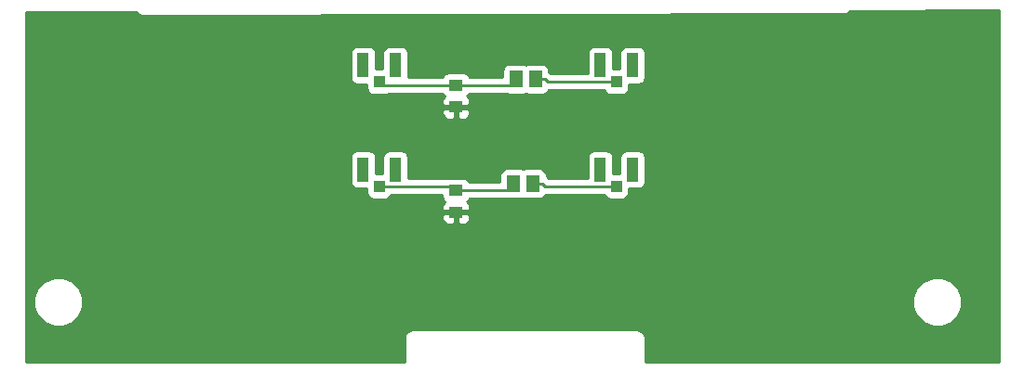
<source format=gtl>
G04 #@! TF.GenerationSoftware,KiCad,Pcbnew,5.0.0*
G04 #@! TF.CreationDate,2018-09-15T18:13:10-05:00*
G04 #@! TF.ProjectId,AntennaImpedance,416E74656E6E61496D706564616E6365,rev?*
G04 #@! TF.SameCoordinates,Original*
G04 #@! TF.FileFunction,Copper,L1,Top,Signal*
G04 #@! TF.FilePolarity,Positive*
%FSLAX46Y46*%
G04 Gerber Fmt 4.6, Leading zero omitted, Abs format (unit mm)*
G04 Created by KiCad (PCBNEW 5.0.0) date Sat Sep 15 18:13:10 2018*
%MOMM*%
%LPD*%
G01*
G04 APERTURE LIST*
G04 #@! TA.AperFunction,SMDPad,CuDef*
%ADD10R,1.050000X2.200000*%
G04 #@! TD*
G04 #@! TA.AperFunction,SMDPad,CuDef*
%ADD11R,1.000000X1.050000*%
G04 #@! TD*
G04 #@! TA.AperFunction,SMDPad,CuDef*
%ADD12R,1.250000X1.000000*%
G04 #@! TD*
G04 #@! TA.AperFunction,SMDPad,CuDef*
%ADD13R,1.200000X1.500000*%
G04 #@! TD*
G04 #@! TA.AperFunction,Conductor*
%ADD14C,0.250000*%
G04 #@! TD*
G04 #@! TA.AperFunction,Conductor*
%ADD15C,0.254000*%
G04 #@! TD*
G04 APERTURE END LIST*
D10*
G04 #@! TO.P,AE1,2*
G04 #@! TO.N,N/C*
X136955000Y-117475000D03*
G04 #@! TO.P,AE1,3*
X139905000Y-117475000D03*
D11*
G04 #@! TO.P,AE1,1*
G04 #@! TO.N,Net-(AE1-Pad1)*
X138430000Y-119000000D03*
G04 #@! TD*
D10*
G04 #@! TO.P,AE2,2*
G04 #@! TO.N,N/C*
X136955000Y-127000000D03*
G04 #@! TO.P,AE2,3*
X139905000Y-127000000D03*
D11*
G04 #@! TO.P,AE2,1*
G04 #@! TO.N,Net-(AE2-Pad1)*
X138430000Y-128525000D03*
G04 #@! TD*
D12*
G04 #@! TO.P,C1,2*
G04 #@! TO.N,GND*
X145415000Y-121285000D03*
G04 #@! TO.P,C1,1*
G04 #@! TO.N,Net-(AE1-Pad1)*
X145415000Y-119285000D03*
G04 #@! TD*
G04 #@! TO.P,C2,1*
G04 #@! TO.N,Net-(AE2-Pad1)*
X145415000Y-128905000D03*
G04 #@! TO.P,C2,2*
G04 #@! TO.N,GND*
X145415000Y-130905000D03*
G04 #@! TD*
D11*
G04 #@! TO.P,J1,1*
G04 #@! TO.N,Net-(J1-Pad1)*
X160020000Y-119000000D03*
D10*
G04 #@! TO.P,J1,3*
G04 #@! TO.N,N/C*
X161495000Y-117475000D03*
G04 #@! TO.P,J1,2*
X158545000Y-117475000D03*
G04 #@! TD*
D11*
G04 #@! TO.P,J2,1*
G04 #@! TO.N,Net-(J2-Pad1)*
X160020000Y-128525000D03*
D10*
G04 #@! TO.P,J2,3*
G04 #@! TO.N,N/C*
X161495000Y-127000000D03*
G04 #@! TO.P,J2,2*
X158545000Y-127000000D03*
G04 #@! TD*
D13*
G04 #@! TO.P,L1,2*
G04 #@! TO.N,Net-(AE1-Pad1)*
X150890000Y-118745000D03*
G04 #@! TO.P,L1,1*
G04 #@! TO.N,Net-(J1-Pad1)*
X152640000Y-118745000D03*
G04 #@! TD*
G04 #@! TO.P,L2,1*
G04 #@! TO.N,Net-(J2-Pad1)*
X152400000Y-128270000D03*
G04 #@! TO.P,L2,2*
G04 #@! TO.N,Net-(AE2-Pad1)*
X150650000Y-128270000D03*
G04 #@! TD*
D14*
G04 #@! TO.N,Net-(AE1-Pad1)*
X144540000Y-119285000D02*
X145415000Y-119285000D01*
X138690000Y-119285000D02*
X144540000Y-119285000D01*
X138430000Y-119025000D02*
X138690000Y-119285000D01*
X138430000Y-119000000D02*
X138430000Y-119025000D01*
X150350000Y-119285000D02*
X150890000Y-118745000D01*
X145415000Y-119285000D02*
X150350000Y-119285000D01*
G04 #@! TO.N,Net-(AE2-Pad1)*
X145035000Y-128525000D02*
X145415000Y-128905000D01*
X138430000Y-128525000D02*
X145035000Y-128525000D01*
X150015000Y-128905000D02*
X150650000Y-128270000D01*
X145415000Y-128905000D02*
X150015000Y-128905000D01*
G04 #@! TO.N,Net-(J1-Pad1)*
X159270000Y-119000000D02*
X160020000Y-119000000D01*
X153745000Y-119000000D02*
X159270000Y-119000000D01*
X153490000Y-118745000D02*
X153745000Y-119000000D01*
X152640000Y-118745000D02*
X153490000Y-118745000D01*
G04 #@! TO.N,Net-(J2-Pad1)*
X159270000Y-128525000D02*
X160020000Y-128525000D01*
X153505000Y-128525000D02*
X159270000Y-128525000D01*
X153250000Y-128270000D02*
X153505000Y-128525000D01*
X152400000Y-128270000D02*
X153250000Y-128270000D01*
G04 #@! TD*
D15*
G04 #@! TO.N,GND*
G36*
X194802000Y-144537000D02*
X162642000Y-144537000D01*
X162642000Y-142512817D01*
X162654513Y-142467125D01*
X162651608Y-142444084D01*
X162656399Y-142420000D01*
X162642000Y-142347612D01*
X162642000Y-142341612D01*
X162639076Y-142326914D01*
X162639151Y-142255569D01*
X162620329Y-142209992D01*
X162617789Y-142180430D01*
X162605054Y-142155872D01*
X162599354Y-142127217D01*
X162572927Y-142087666D01*
X162548838Y-142019186D01*
X162546452Y-142016525D01*
X162546449Y-142016515D01*
X162514891Y-141979025D01*
X162503666Y-141952006D01*
X162483392Y-141931774D01*
X162464135Y-141897993D01*
X162414858Y-141859749D01*
X162409718Y-141853324D01*
X162407523Y-141851477D01*
X162405676Y-141849282D01*
X162399254Y-141844144D01*
X162361008Y-141794865D01*
X162327225Y-141775607D01*
X162306994Y-141755334D01*
X162279977Y-141744110D01*
X162242485Y-141712550D01*
X162242473Y-141712546D01*
X162239814Y-141710162D01*
X162171334Y-141686073D01*
X162131783Y-141659646D01*
X162103129Y-141653946D01*
X162078570Y-141641211D01*
X162049008Y-141638671D01*
X162003431Y-141619849D01*
X161932085Y-141619923D01*
X161917388Y-141617000D01*
X161891137Y-141617000D01*
X161791876Y-141604487D01*
X161746183Y-141617000D01*
X141597817Y-141617000D01*
X141552125Y-141604487D01*
X141452864Y-141617000D01*
X141426612Y-141617000D01*
X141411914Y-141619924D01*
X141340569Y-141619849D01*
X141294992Y-141638671D01*
X141265430Y-141641211D01*
X141240872Y-141653946D01*
X141212217Y-141659646D01*
X141172666Y-141686073D01*
X141104186Y-141710162D01*
X141101525Y-141712548D01*
X141101515Y-141712551D01*
X141064025Y-141744109D01*
X141037006Y-141755334D01*
X141016774Y-141775608D01*
X140982993Y-141794865D01*
X140944749Y-141844142D01*
X140938324Y-141849282D01*
X140936477Y-141851477D01*
X140934282Y-141853324D01*
X140929144Y-141859746D01*
X140879865Y-141897992D01*
X140860607Y-141931775D01*
X140840334Y-141952006D01*
X140829110Y-141979023D01*
X140797550Y-142016515D01*
X140797546Y-142016527D01*
X140795162Y-142019186D01*
X140771073Y-142087666D01*
X140744646Y-142127217D01*
X140738946Y-142155871D01*
X140726211Y-142180430D01*
X140723671Y-142209992D01*
X140704849Y-142255569D01*
X140704923Y-142326915D01*
X140702000Y-142341612D01*
X140702000Y-142367863D01*
X140689487Y-142467124D01*
X140702001Y-142512820D01*
X140702000Y-144537000D01*
X106252000Y-144537000D01*
X106252000Y-138625431D01*
X106985000Y-138625431D01*
X106985000Y-139514569D01*
X107325259Y-140336026D01*
X107953974Y-140964741D01*
X108775431Y-141305000D01*
X109664569Y-141305000D01*
X110486026Y-140964741D01*
X111114741Y-140336026D01*
X111455000Y-139514569D01*
X111455000Y-138625431D01*
X186995000Y-138625431D01*
X186995000Y-139514569D01*
X187335259Y-140336026D01*
X187963974Y-140964741D01*
X188785431Y-141305000D01*
X189674569Y-141305000D01*
X190496026Y-140964741D01*
X191124741Y-140336026D01*
X191465000Y-139514569D01*
X191465000Y-138625431D01*
X191124741Y-137803974D01*
X190496026Y-137175259D01*
X189674569Y-136835000D01*
X188785431Y-136835000D01*
X187963974Y-137175259D01*
X187335259Y-137803974D01*
X186995000Y-138625431D01*
X111455000Y-138625431D01*
X111114741Y-137803974D01*
X110486026Y-137175259D01*
X109664569Y-136835000D01*
X108775431Y-136835000D01*
X107953974Y-137175259D01*
X107325259Y-137803974D01*
X106985000Y-138625431D01*
X106252000Y-138625431D01*
X106252000Y-131190750D01*
X144155000Y-131190750D01*
X144155000Y-131531309D01*
X144251673Y-131764698D01*
X144430301Y-131943327D01*
X144663690Y-132040000D01*
X145129250Y-132040000D01*
X145288000Y-131881250D01*
X145288000Y-131032000D01*
X145542000Y-131032000D01*
X145542000Y-131881250D01*
X145700750Y-132040000D01*
X146166310Y-132040000D01*
X146399699Y-131943327D01*
X146578327Y-131764698D01*
X146675000Y-131531309D01*
X146675000Y-131190750D01*
X146516250Y-131032000D01*
X145542000Y-131032000D01*
X145288000Y-131032000D01*
X144313750Y-131032000D01*
X144155000Y-131190750D01*
X106252000Y-131190750D01*
X106252000Y-125900000D01*
X135782560Y-125900000D01*
X135782560Y-128100000D01*
X135831843Y-128347765D01*
X135972191Y-128557809D01*
X136182235Y-128698157D01*
X136430000Y-128747440D01*
X137282560Y-128747440D01*
X137282560Y-129050000D01*
X137331843Y-129297765D01*
X137472191Y-129507809D01*
X137682235Y-129648157D01*
X137930000Y-129697440D01*
X138930000Y-129697440D01*
X139177765Y-129648157D01*
X139387809Y-129507809D01*
X139528157Y-129297765D01*
X139530696Y-129285000D01*
X144142560Y-129285000D01*
X144142560Y-129405000D01*
X144191843Y-129652765D01*
X144332191Y-129862809D01*
X144393320Y-129903654D01*
X144251673Y-130045302D01*
X144155000Y-130278691D01*
X144155000Y-130619250D01*
X144313750Y-130778000D01*
X145288000Y-130778000D01*
X145288000Y-130758000D01*
X145542000Y-130758000D01*
X145542000Y-130778000D01*
X146516250Y-130778000D01*
X146675000Y-130619250D01*
X146675000Y-130278691D01*
X146578327Y-130045302D01*
X146436680Y-129903654D01*
X146497809Y-129862809D01*
X146629982Y-129665000D01*
X149940153Y-129665000D01*
X150015000Y-129679888D01*
X150077580Y-129667440D01*
X151250000Y-129667440D01*
X151497765Y-129618157D01*
X151525000Y-129599959D01*
X151552235Y-129618157D01*
X151800000Y-129667440D01*
X153000000Y-129667440D01*
X153247765Y-129618157D01*
X153457809Y-129477809D01*
X153586641Y-129285000D01*
X158919304Y-129285000D01*
X158921843Y-129297765D01*
X159062191Y-129507809D01*
X159272235Y-129648157D01*
X159520000Y-129697440D01*
X160520000Y-129697440D01*
X160767765Y-129648157D01*
X160977809Y-129507809D01*
X161118157Y-129297765D01*
X161167440Y-129050000D01*
X161167440Y-128747440D01*
X162020000Y-128747440D01*
X162267765Y-128698157D01*
X162477809Y-128557809D01*
X162618157Y-128347765D01*
X162667440Y-128100000D01*
X162667440Y-125900000D01*
X162618157Y-125652235D01*
X162477809Y-125442191D01*
X162267765Y-125301843D01*
X162020000Y-125252560D01*
X160970000Y-125252560D01*
X160722235Y-125301843D01*
X160512191Y-125442191D01*
X160371843Y-125652235D01*
X160322560Y-125900000D01*
X160322560Y-127352560D01*
X159717440Y-127352560D01*
X159717440Y-125900000D01*
X159668157Y-125652235D01*
X159527809Y-125442191D01*
X159317765Y-125301843D01*
X159070000Y-125252560D01*
X158020000Y-125252560D01*
X157772235Y-125301843D01*
X157562191Y-125442191D01*
X157421843Y-125652235D01*
X157372560Y-125900000D01*
X157372560Y-127765000D01*
X153826613Y-127765000D01*
X153797929Y-127722071D01*
X153647440Y-127621517D01*
X153647440Y-127520000D01*
X153598157Y-127272235D01*
X153457809Y-127062191D01*
X153247765Y-126921843D01*
X153000000Y-126872560D01*
X151800000Y-126872560D01*
X151552235Y-126921843D01*
X151525000Y-126940041D01*
X151497765Y-126921843D01*
X151250000Y-126872560D01*
X150050000Y-126872560D01*
X149802235Y-126921843D01*
X149592191Y-127062191D01*
X149451843Y-127272235D01*
X149402560Y-127520000D01*
X149402560Y-128145000D01*
X146629982Y-128145000D01*
X146497809Y-127947191D01*
X146287765Y-127806843D01*
X146040000Y-127757560D01*
X145072444Y-127757560D01*
X145035000Y-127750112D01*
X144997556Y-127757560D01*
X144790000Y-127757560D01*
X144752596Y-127765000D01*
X141077440Y-127765000D01*
X141077440Y-125900000D01*
X141028157Y-125652235D01*
X140887809Y-125442191D01*
X140677765Y-125301843D01*
X140430000Y-125252560D01*
X139380000Y-125252560D01*
X139132235Y-125301843D01*
X138922191Y-125442191D01*
X138781843Y-125652235D01*
X138732560Y-125900000D01*
X138732560Y-127352560D01*
X138127440Y-127352560D01*
X138127440Y-125900000D01*
X138078157Y-125652235D01*
X137937809Y-125442191D01*
X137727765Y-125301843D01*
X137480000Y-125252560D01*
X136430000Y-125252560D01*
X136182235Y-125301843D01*
X135972191Y-125442191D01*
X135831843Y-125652235D01*
X135782560Y-125900000D01*
X106252000Y-125900000D01*
X106252000Y-121570750D01*
X144155000Y-121570750D01*
X144155000Y-121911309D01*
X144251673Y-122144698D01*
X144430301Y-122323327D01*
X144663690Y-122420000D01*
X145129250Y-122420000D01*
X145288000Y-122261250D01*
X145288000Y-121412000D01*
X145542000Y-121412000D01*
X145542000Y-122261250D01*
X145700750Y-122420000D01*
X146166310Y-122420000D01*
X146399699Y-122323327D01*
X146578327Y-122144698D01*
X146675000Y-121911309D01*
X146675000Y-121570750D01*
X146516250Y-121412000D01*
X145542000Y-121412000D01*
X145288000Y-121412000D01*
X144313750Y-121412000D01*
X144155000Y-121570750D01*
X106252000Y-121570750D01*
X106252000Y-116375000D01*
X135782560Y-116375000D01*
X135782560Y-118575000D01*
X135831843Y-118822765D01*
X135972191Y-119032809D01*
X136182235Y-119173157D01*
X136430000Y-119222440D01*
X137282560Y-119222440D01*
X137282560Y-119525000D01*
X137331843Y-119772765D01*
X137472191Y-119982809D01*
X137682235Y-120123157D01*
X137930000Y-120172440D01*
X138930000Y-120172440D01*
X139177765Y-120123157D01*
X139294734Y-120045000D01*
X144200018Y-120045000D01*
X144332191Y-120242809D01*
X144393320Y-120283654D01*
X144251673Y-120425302D01*
X144155000Y-120658691D01*
X144155000Y-120999250D01*
X144313750Y-121158000D01*
X145288000Y-121158000D01*
X145288000Y-121138000D01*
X145542000Y-121138000D01*
X145542000Y-121158000D01*
X146516250Y-121158000D01*
X146675000Y-120999250D01*
X146675000Y-120658691D01*
X146578327Y-120425302D01*
X146436680Y-120283654D01*
X146497809Y-120242809D01*
X146629982Y-120045000D01*
X149970164Y-120045000D01*
X150042235Y-120093157D01*
X150290000Y-120142440D01*
X151490000Y-120142440D01*
X151737765Y-120093157D01*
X151765000Y-120074959D01*
X151792235Y-120093157D01*
X152040000Y-120142440D01*
X153240000Y-120142440D01*
X153487765Y-120093157D01*
X153697809Y-119952809D01*
X153826641Y-119760000D01*
X158919304Y-119760000D01*
X158921843Y-119772765D01*
X159062191Y-119982809D01*
X159272235Y-120123157D01*
X159520000Y-120172440D01*
X160520000Y-120172440D01*
X160767765Y-120123157D01*
X160977809Y-119982809D01*
X161118157Y-119772765D01*
X161167440Y-119525000D01*
X161167440Y-119222440D01*
X162020000Y-119222440D01*
X162267765Y-119173157D01*
X162477809Y-119032809D01*
X162618157Y-118822765D01*
X162667440Y-118575000D01*
X162667440Y-116375000D01*
X162618157Y-116127235D01*
X162477809Y-115917191D01*
X162267765Y-115776843D01*
X162020000Y-115727560D01*
X160970000Y-115727560D01*
X160722235Y-115776843D01*
X160512191Y-115917191D01*
X160371843Y-116127235D01*
X160322560Y-116375000D01*
X160322560Y-117827560D01*
X159717440Y-117827560D01*
X159717440Y-116375000D01*
X159668157Y-116127235D01*
X159527809Y-115917191D01*
X159317765Y-115776843D01*
X159070000Y-115727560D01*
X158020000Y-115727560D01*
X157772235Y-115776843D01*
X157562191Y-115917191D01*
X157421843Y-116127235D01*
X157372560Y-116375000D01*
X157372560Y-118240000D01*
X154066613Y-118240000D01*
X154037929Y-118197071D01*
X153887440Y-118096517D01*
X153887440Y-117995000D01*
X153838157Y-117747235D01*
X153697809Y-117537191D01*
X153487765Y-117396843D01*
X153240000Y-117347560D01*
X152040000Y-117347560D01*
X151792235Y-117396843D01*
X151765000Y-117415041D01*
X151737765Y-117396843D01*
X151490000Y-117347560D01*
X150290000Y-117347560D01*
X150042235Y-117396843D01*
X149832191Y-117537191D01*
X149691843Y-117747235D01*
X149642560Y-117995000D01*
X149642560Y-118525000D01*
X146629982Y-118525000D01*
X146497809Y-118327191D01*
X146287765Y-118186843D01*
X146040000Y-118137560D01*
X144790000Y-118137560D01*
X144542235Y-118186843D01*
X144332191Y-118327191D01*
X144200018Y-118525000D01*
X141077440Y-118525000D01*
X141077440Y-116375000D01*
X141028157Y-116127235D01*
X140887809Y-115917191D01*
X140677765Y-115776843D01*
X140430000Y-115727560D01*
X139380000Y-115727560D01*
X139132235Y-115776843D01*
X138922191Y-115917191D01*
X138781843Y-116127235D01*
X138732560Y-116375000D01*
X138732560Y-117827560D01*
X138127440Y-117827560D01*
X138127440Y-116375000D01*
X138078157Y-116127235D01*
X137937809Y-115917191D01*
X137727765Y-115776843D01*
X137480000Y-115727560D01*
X136430000Y-115727560D01*
X136182235Y-115776843D01*
X135972191Y-115917191D01*
X135831843Y-116127235D01*
X135782560Y-116375000D01*
X106252000Y-116375000D01*
X106252000Y-112648084D01*
X116374707Y-112627945D01*
X116389340Y-112649731D01*
X116466582Y-112765940D01*
X116468055Y-112766930D01*
X116469045Y-112768403D01*
X116585232Y-112845636D01*
X116701054Y-112923432D01*
X116702794Y-112923782D01*
X116704272Y-112924765D01*
X116841269Y-112951675D01*
X116977948Y-112979206D01*
X117049595Y-112965135D01*
X180664611Y-112813066D01*
X180733700Y-112826809D01*
X180804470Y-112812732D01*
X180805322Y-112812730D01*
X180872649Y-112799170D01*
X181010728Y-112771705D01*
X181011464Y-112771213D01*
X181012325Y-112771040D01*
X181128495Y-112693016D01*
X181245581Y-112614781D01*
X181246072Y-112614046D01*
X181246803Y-112613555D01*
X181323130Y-112498731D01*
X194802000Y-112471915D01*
X194802000Y-144537000D01*
X194802000Y-144537000D01*
G37*
X194802000Y-144537000D02*
X162642000Y-144537000D01*
X162642000Y-142512817D01*
X162654513Y-142467125D01*
X162651608Y-142444084D01*
X162656399Y-142420000D01*
X162642000Y-142347612D01*
X162642000Y-142341612D01*
X162639076Y-142326914D01*
X162639151Y-142255569D01*
X162620329Y-142209992D01*
X162617789Y-142180430D01*
X162605054Y-142155872D01*
X162599354Y-142127217D01*
X162572927Y-142087666D01*
X162548838Y-142019186D01*
X162546452Y-142016525D01*
X162546449Y-142016515D01*
X162514891Y-141979025D01*
X162503666Y-141952006D01*
X162483392Y-141931774D01*
X162464135Y-141897993D01*
X162414858Y-141859749D01*
X162409718Y-141853324D01*
X162407523Y-141851477D01*
X162405676Y-141849282D01*
X162399254Y-141844144D01*
X162361008Y-141794865D01*
X162327225Y-141775607D01*
X162306994Y-141755334D01*
X162279977Y-141744110D01*
X162242485Y-141712550D01*
X162242473Y-141712546D01*
X162239814Y-141710162D01*
X162171334Y-141686073D01*
X162131783Y-141659646D01*
X162103129Y-141653946D01*
X162078570Y-141641211D01*
X162049008Y-141638671D01*
X162003431Y-141619849D01*
X161932085Y-141619923D01*
X161917388Y-141617000D01*
X161891137Y-141617000D01*
X161791876Y-141604487D01*
X161746183Y-141617000D01*
X141597817Y-141617000D01*
X141552125Y-141604487D01*
X141452864Y-141617000D01*
X141426612Y-141617000D01*
X141411914Y-141619924D01*
X141340569Y-141619849D01*
X141294992Y-141638671D01*
X141265430Y-141641211D01*
X141240872Y-141653946D01*
X141212217Y-141659646D01*
X141172666Y-141686073D01*
X141104186Y-141710162D01*
X141101525Y-141712548D01*
X141101515Y-141712551D01*
X141064025Y-141744109D01*
X141037006Y-141755334D01*
X141016774Y-141775608D01*
X140982993Y-141794865D01*
X140944749Y-141844142D01*
X140938324Y-141849282D01*
X140936477Y-141851477D01*
X140934282Y-141853324D01*
X140929144Y-141859746D01*
X140879865Y-141897992D01*
X140860607Y-141931775D01*
X140840334Y-141952006D01*
X140829110Y-141979023D01*
X140797550Y-142016515D01*
X140797546Y-142016527D01*
X140795162Y-142019186D01*
X140771073Y-142087666D01*
X140744646Y-142127217D01*
X140738946Y-142155871D01*
X140726211Y-142180430D01*
X140723671Y-142209992D01*
X140704849Y-142255569D01*
X140704923Y-142326915D01*
X140702000Y-142341612D01*
X140702000Y-142367863D01*
X140689487Y-142467124D01*
X140702001Y-142512820D01*
X140702000Y-144537000D01*
X106252000Y-144537000D01*
X106252000Y-138625431D01*
X106985000Y-138625431D01*
X106985000Y-139514569D01*
X107325259Y-140336026D01*
X107953974Y-140964741D01*
X108775431Y-141305000D01*
X109664569Y-141305000D01*
X110486026Y-140964741D01*
X111114741Y-140336026D01*
X111455000Y-139514569D01*
X111455000Y-138625431D01*
X186995000Y-138625431D01*
X186995000Y-139514569D01*
X187335259Y-140336026D01*
X187963974Y-140964741D01*
X188785431Y-141305000D01*
X189674569Y-141305000D01*
X190496026Y-140964741D01*
X191124741Y-140336026D01*
X191465000Y-139514569D01*
X191465000Y-138625431D01*
X191124741Y-137803974D01*
X190496026Y-137175259D01*
X189674569Y-136835000D01*
X188785431Y-136835000D01*
X187963974Y-137175259D01*
X187335259Y-137803974D01*
X186995000Y-138625431D01*
X111455000Y-138625431D01*
X111114741Y-137803974D01*
X110486026Y-137175259D01*
X109664569Y-136835000D01*
X108775431Y-136835000D01*
X107953974Y-137175259D01*
X107325259Y-137803974D01*
X106985000Y-138625431D01*
X106252000Y-138625431D01*
X106252000Y-131190750D01*
X144155000Y-131190750D01*
X144155000Y-131531309D01*
X144251673Y-131764698D01*
X144430301Y-131943327D01*
X144663690Y-132040000D01*
X145129250Y-132040000D01*
X145288000Y-131881250D01*
X145288000Y-131032000D01*
X145542000Y-131032000D01*
X145542000Y-131881250D01*
X145700750Y-132040000D01*
X146166310Y-132040000D01*
X146399699Y-131943327D01*
X146578327Y-131764698D01*
X146675000Y-131531309D01*
X146675000Y-131190750D01*
X146516250Y-131032000D01*
X145542000Y-131032000D01*
X145288000Y-131032000D01*
X144313750Y-131032000D01*
X144155000Y-131190750D01*
X106252000Y-131190750D01*
X106252000Y-125900000D01*
X135782560Y-125900000D01*
X135782560Y-128100000D01*
X135831843Y-128347765D01*
X135972191Y-128557809D01*
X136182235Y-128698157D01*
X136430000Y-128747440D01*
X137282560Y-128747440D01*
X137282560Y-129050000D01*
X137331843Y-129297765D01*
X137472191Y-129507809D01*
X137682235Y-129648157D01*
X137930000Y-129697440D01*
X138930000Y-129697440D01*
X139177765Y-129648157D01*
X139387809Y-129507809D01*
X139528157Y-129297765D01*
X139530696Y-129285000D01*
X144142560Y-129285000D01*
X144142560Y-129405000D01*
X144191843Y-129652765D01*
X144332191Y-129862809D01*
X144393320Y-129903654D01*
X144251673Y-130045302D01*
X144155000Y-130278691D01*
X144155000Y-130619250D01*
X144313750Y-130778000D01*
X145288000Y-130778000D01*
X145288000Y-130758000D01*
X145542000Y-130758000D01*
X145542000Y-130778000D01*
X146516250Y-130778000D01*
X146675000Y-130619250D01*
X146675000Y-130278691D01*
X146578327Y-130045302D01*
X146436680Y-129903654D01*
X146497809Y-129862809D01*
X146629982Y-129665000D01*
X149940153Y-129665000D01*
X150015000Y-129679888D01*
X150077580Y-129667440D01*
X151250000Y-129667440D01*
X151497765Y-129618157D01*
X151525000Y-129599959D01*
X151552235Y-129618157D01*
X151800000Y-129667440D01*
X153000000Y-129667440D01*
X153247765Y-129618157D01*
X153457809Y-129477809D01*
X153586641Y-129285000D01*
X158919304Y-129285000D01*
X158921843Y-129297765D01*
X159062191Y-129507809D01*
X159272235Y-129648157D01*
X159520000Y-129697440D01*
X160520000Y-129697440D01*
X160767765Y-129648157D01*
X160977809Y-129507809D01*
X161118157Y-129297765D01*
X161167440Y-129050000D01*
X161167440Y-128747440D01*
X162020000Y-128747440D01*
X162267765Y-128698157D01*
X162477809Y-128557809D01*
X162618157Y-128347765D01*
X162667440Y-128100000D01*
X162667440Y-125900000D01*
X162618157Y-125652235D01*
X162477809Y-125442191D01*
X162267765Y-125301843D01*
X162020000Y-125252560D01*
X160970000Y-125252560D01*
X160722235Y-125301843D01*
X160512191Y-125442191D01*
X160371843Y-125652235D01*
X160322560Y-125900000D01*
X160322560Y-127352560D01*
X159717440Y-127352560D01*
X159717440Y-125900000D01*
X159668157Y-125652235D01*
X159527809Y-125442191D01*
X159317765Y-125301843D01*
X159070000Y-125252560D01*
X158020000Y-125252560D01*
X157772235Y-125301843D01*
X157562191Y-125442191D01*
X157421843Y-125652235D01*
X157372560Y-125900000D01*
X157372560Y-127765000D01*
X153826613Y-127765000D01*
X153797929Y-127722071D01*
X153647440Y-127621517D01*
X153647440Y-127520000D01*
X153598157Y-127272235D01*
X153457809Y-127062191D01*
X153247765Y-126921843D01*
X153000000Y-126872560D01*
X151800000Y-126872560D01*
X151552235Y-126921843D01*
X151525000Y-126940041D01*
X151497765Y-126921843D01*
X151250000Y-126872560D01*
X150050000Y-126872560D01*
X149802235Y-126921843D01*
X149592191Y-127062191D01*
X149451843Y-127272235D01*
X149402560Y-127520000D01*
X149402560Y-128145000D01*
X146629982Y-128145000D01*
X146497809Y-127947191D01*
X146287765Y-127806843D01*
X146040000Y-127757560D01*
X145072444Y-127757560D01*
X145035000Y-127750112D01*
X144997556Y-127757560D01*
X144790000Y-127757560D01*
X144752596Y-127765000D01*
X141077440Y-127765000D01*
X141077440Y-125900000D01*
X141028157Y-125652235D01*
X140887809Y-125442191D01*
X140677765Y-125301843D01*
X140430000Y-125252560D01*
X139380000Y-125252560D01*
X139132235Y-125301843D01*
X138922191Y-125442191D01*
X138781843Y-125652235D01*
X138732560Y-125900000D01*
X138732560Y-127352560D01*
X138127440Y-127352560D01*
X138127440Y-125900000D01*
X138078157Y-125652235D01*
X137937809Y-125442191D01*
X137727765Y-125301843D01*
X137480000Y-125252560D01*
X136430000Y-125252560D01*
X136182235Y-125301843D01*
X135972191Y-125442191D01*
X135831843Y-125652235D01*
X135782560Y-125900000D01*
X106252000Y-125900000D01*
X106252000Y-121570750D01*
X144155000Y-121570750D01*
X144155000Y-121911309D01*
X144251673Y-122144698D01*
X144430301Y-122323327D01*
X144663690Y-122420000D01*
X145129250Y-122420000D01*
X145288000Y-122261250D01*
X145288000Y-121412000D01*
X145542000Y-121412000D01*
X145542000Y-122261250D01*
X145700750Y-122420000D01*
X146166310Y-122420000D01*
X146399699Y-122323327D01*
X146578327Y-122144698D01*
X146675000Y-121911309D01*
X146675000Y-121570750D01*
X146516250Y-121412000D01*
X145542000Y-121412000D01*
X145288000Y-121412000D01*
X144313750Y-121412000D01*
X144155000Y-121570750D01*
X106252000Y-121570750D01*
X106252000Y-116375000D01*
X135782560Y-116375000D01*
X135782560Y-118575000D01*
X135831843Y-118822765D01*
X135972191Y-119032809D01*
X136182235Y-119173157D01*
X136430000Y-119222440D01*
X137282560Y-119222440D01*
X137282560Y-119525000D01*
X137331843Y-119772765D01*
X137472191Y-119982809D01*
X137682235Y-120123157D01*
X137930000Y-120172440D01*
X138930000Y-120172440D01*
X139177765Y-120123157D01*
X139294734Y-120045000D01*
X144200018Y-120045000D01*
X144332191Y-120242809D01*
X144393320Y-120283654D01*
X144251673Y-120425302D01*
X144155000Y-120658691D01*
X144155000Y-120999250D01*
X144313750Y-121158000D01*
X145288000Y-121158000D01*
X145288000Y-121138000D01*
X145542000Y-121138000D01*
X145542000Y-121158000D01*
X146516250Y-121158000D01*
X146675000Y-120999250D01*
X146675000Y-120658691D01*
X146578327Y-120425302D01*
X146436680Y-120283654D01*
X146497809Y-120242809D01*
X146629982Y-120045000D01*
X149970164Y-120045000D01*
X150042235Y-120093157D01*
X150290000Y-120142440D01*
X151490000Y-120142440D01*
X151737765Y-120093157D01*
X151765000Y-120074959D01*
X151792235Y-120093157D01*
X152040000Y-120142440D01*
X153240000Y-120142440D01*
X153487765Y-120093157D01*
X153697809Y-119952809D01*
X153826641Y-119760000D01*
X158919304Y-119760000D01*
X158921843Y-119772765D01*
X159062191Y-119982809D01*
X159272235Y-120123157D01*
X159520000Y-120172440D01*
X160520000Y-120172440D01*
X160767765Y-120123157D01*
X160977809Y-119982809D01*
X161118157Y-119772765D01*
X161167440Y-119525000D01*
X161167440Y-119222440D01*
X162020000Y-119222440D01*
X162267765Y-119173157D01*
X162477809Y-119032809D01*
X162618157Y-118822765D01*
X162667440Y-118575000D01*
X162667440Y-116375000D01*
X162618157Y-116127235D01*
X162477809Y-115917191D01*
X162267765Y-115776843D01*
X162020000Y-115727560D01*
X160970000Y-115727560D01*
X160722235Y-115776843D01*
X160512191Y-115917191D01*
X160371843Y-116127235D01*
X160322560Y-116375000D01*
X160322560Y-117827560D01*
X159717440Y-117827560D01*
X159717440Y-116375000D01*
X159668157Y-116127235D01*
X159527809Y-115917191D01*
X159317765Y-115776843D01*
X159070000Y-115727560D01*
X158020000Y-115727560D01*
X157772235Y-115776843D01*
X157562191Y-115917191D01*
X157421843Y-116127235D01*
X157372560Y-116375000D01*
X157372560Y-118240000D01*
X154066613Y-118240000D01*
X154037929Y-118197071D01*
X153887440Y-118096517D01*
X153887440Y-117995000D01*
X153838157Y-117747235D01*
X153697809Y-117537191D01*
X153487765Y-117396843D01*
X153240000Y-117347560D01*
X152040000Y-117347560D01*
X151792235Y-117396843D01*
X151765000Y-117415041D01*
X151737765Y-117396843D01*
X151490000Y-117347560D01*
X150290000Y-117347560D01*
X150042235Y-117396843D01*
X149832191Y-117537191D01*
X149691843Y-117747235D01*
X149642560Y-117995000D01*
X149642560Y-118525000D01*
X146629982Y-118525000D01*
X146497809Y-118327191D01*
X146287765Y-118186843D01*
X146040000Y-118137560D01*
X144790000Y-118137560D01*
X144542235Y-118186843D01*
X144332191Y-118327191D01*
X144200018Y-118525000D01*
X141077440Y-118525000D01*
X141077440Y-116375000D01*
X141028157Y-116127235D01*
X140887809Y-115917191D01*
X140677765Y-115776843D01*
X140430000Y-115727560D01*
X139380000Y-115727560D01*
X139132235Y-115776843D01*
X138922191Y-115917191D01*
X138781843Y-116127235D01*
X138732560Y-116375000D01*
X138732560Y-117827560D01*
X138127440Y-117827560D01*
X138127440Y-116375000D01*
X138078157Y-116127235D01*
X137937809Y-115917191D01*
X137727765Y-115776843D01*
X137480000Y-115727560D01*
X136430000Y-115727560D01*
X136182235Y-115776843D01*
X135972191Y-115917191D01*
X135831843Y-116127235D01*
X135782560Y-116375000D01*
X106252000Y-116375000D01*
X106252000Y-112648084D01*
X116374707Y-112627945D01*
X116389340Y-112649731D01*
X116466582Y-112765940D01*
X116468055Y-112766930D01*
X116469045Y-112768403D01*
X116585232Y-112845636D01*
X116701054Y-112923432D01*
X116702794Y-112923782D01*
X116704272Y-112924765D01*
X116841269Y-112951675D01*
X116977948Y-112979206D01*
X117049595Y-112965135D01*
X180664611Y-112813066D01*
X180733700Y-112826809D01*
X180804470Y-112812732D01*
X180805322Y-112812730D01*
X180872649Y-112799170D01*
X181010728Y-112771705D01*
X181011464Y-112771213D01*
X181012325Y-112771040D01*
X181128495Y-112693016D01*
X181245581Y-112614781D01*
X181246072Y-112614046D01*
X181246803Y-112613555D01*
X181323130Y-112498731D01*
X194802000Y-112471915D01*
X194802000Y-144537000D01*
G04 #@! TD*
M02*

</source>
